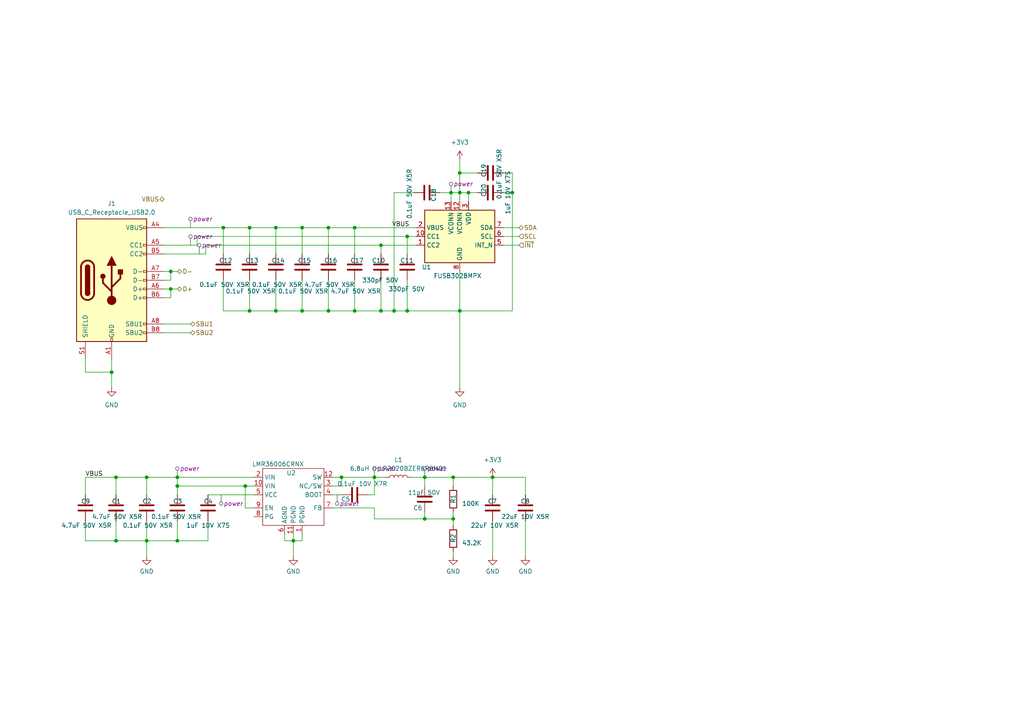
<source format=kicad_sch>
(kicad_sch (version 20230121) (generator eeschema)
  (paper "A4")
  (lib_symbols
    (symbol "Connector:USB_C_Receptacle_USB2.0" (pin_names (offset 1.016))
      (property "Reference" "J" (at -10.16 19.05 0))
      (property "Value" "USB_C_Receptacle_USB2.0" (at 19.05 19.05 0))
      (symbol "USB_C_Receptacle_USB2.0_0_0"
        (rectangle (start -0.254 -17.78) (end 0.254 -16.764))
        (rectangle (start 10.16 -14.986) (end 9.144 -15.494))
        (rectangle (start 10.16 -12.446) (end 9.144 -12.954))
        (rectangle (start 10.16 -4.826) (end 9.144 -5.334))
        (rectangle (start 10.16 -2.286) (end 9.144 -2.794))
        (rectangle (start 10.16 0.254) (end 9.144 -0.254))
        (rectangle (start 10.16 2.794) (end 9.144 2.286))
        (rectangle (start 10.16 7.874) (end 9.144 7.366))
        (rectangle (start 10.16 10.414) (end 9.144 9.906))
        (rectangle (start 10.16 15.494) (end 9.144 14.986))
      )
      (symbol "USB_C_Receptacle_USB2.0_0_1"
        (rectangle (start -10.16 17.78) (end 10.16 -17.78) (stroke (width 0.254)) (fill (type background)))
        (arc (start -8.89 -3.81) (mid -6.985 -5.7067) (end -5.08 -3.81) (stroke (width 0.508)))
        (arc (start -7.62 -3.81) (mid -6.985 -4.4423) (end -6.35 -3.81) (stroke (width 0.254)))
        (arc (start -7.62 -3.81) (mid -6.985 -4.4423) (end -6.35 -3.81) (stroke (width 0.254)) (fill (type outline)))
        (rectangle (start -7.62 -3.81) (end -6.35 3.81) (stroke (width 0.254)) (fill (type outline)))
        (arc (start -6.35 3.81) (mid -6.985 4.4423) (end -7.62 3.81) (stroke (width 0.254)))
        (arc (start -6.35 3.81) (mid -6.985 4.4423) (end -7.62 3.81) (stroke (width 0.254)) (fill (type outline)))
        (arc (start -5.08 3.81) (mid -6.985 5.7067) (end -8.89 3.81) (stroke (width 0.508)))
        (circle (center -2.54 1.143) (radius 0.635) (stroke (width 0.254)) (fill (type outline)))
        (circle (center 0 -5.842) (radius 1.27) (fill (type outline)))
        (polyline (pts (xy -8.89 -3.81) (xy -8.89 3.81)) (stroke (width 0.508)))
        (polyline (pts (xy -5.08 3.81) (xy -5.08 -3.81)) (stroke (width 0.508)))
        (polyline (pts (xy 0 -5.842) (xy 0 4.318)) (stroke (width 0.508)))
        (polyline (pts (xy 0 -3.302) (xy -2.54 -0.762) (xy -2.54 0.508)) (stroke (width 0.508)))
        (polyline (pts (xy 0 -2.032) (xy 2.54 0.508) (xy 2.54 1.778)) (stroke (width 0.508)))
        (polyline (pts (xy -1.27 4.318) (xy 0 6.858) (xy 1.27 4.318) (xy -1.27 4.318)) (stroke (width 0.254)) (fill (type outline)))
        (rectangle (start 1.905 1.778) (end 3.175 3.048) (stroke (width 0.254)) (fill (type outline)))
      )
      (symbol "USB_C_Receptacle_USB2.0_1_1"
        (pin passive line (at 0 -22.86 90) (length 5.08) (name "GND") (number "A1"))
        (pin passive line (at 0 -22.86 90) (length 5.08) hide (name "GND") (number "A12"))
        (pin passive line (at 15.24 15.24 180) (length 5.08) (name "VBUS") (number "A4"))
        (pin bidirectional line (at 15.24 10.16 180) (length 5.08) (name "CC1") (number "A5"))
        (pin bidirectional line (at 15.24 -2.54 180) (length 5.08) (name "D+") (number "A6"))
        (pin bidirectional line (at 15.24 2.54 180) (length 5.08) (name "D-") (number "A7"))
        (pin bidirectional line (at 15.24 -12.7 180) (length 5.08) (name "SBU1") (number "A8"))
        (pin passive line (at 15.24 15.24 180) (length 5.08) hide (name "VBUS") (number "A9"))
        (pin passive line (at 0 -22.86 90) (length 5.08) hide (name "GND") (number "B1"))
        (pin passive line (at 0 -22.86 90) (length 5.08) hide (name "GND") (number "B12"))
        (pin passive line (at 15.24 15.24 180) (length 5.08) hide (name "VBUS") (number "B4"))
        (pin bidirectional line (at 15.24 7.62 180) (length 5.08) (name "CC2") (number "B5"))
        (pin bidirectional line (at 15.24 -5.08 180) (length 5.08) (name "D+") (number "B6"))
        (pin bidirectional line (at 15.24 0 180) (length 5.08) (name "D-") (number "B7"))
        (pin bidirectional line (at 15.24 -15.24 180) (length 5.08) (name "SBU2") (number "B8"))
        (pin passive line (at 15.24 15.24 180) (length 5.08) hide (name "VBUS") (number "B9"))
        (pin passive line (at -7.62 -22.86 90) (length 5.08) (name "SHIELD") (number "S1"))
      )
    )
    (symbol "Device:C" (pin_numbers hide) (pin_names (offset 0.254))
      (property "Reference" "C" (at 0.635 2.54 0))
      (property "Value" "C" (at 0.635 -2.54 0))
      (symbol "C_0_1"
        (polyline (pts (xy -2.032 -0.762) (xy 2.032 -0.762)) (stroke (width 0.508)))
        (polyline (pts (xy -2.032 0.762) (xy 2.032 0.762)) (stroke (width 0.508)))
      )
      (symbol "C_1_1"
        (pin passive line (at 0 3.81 270) (length 2.794) (name "~") (number "1"))
        (pin passive line (at 0 -3.81 90) (length 2.794) (name "~") (number "2"))
      )
    )
    (symbol "Device:L" (pin_numbers hide) (pin_names (offset 1.016) hide)
      (property "Reference" "L" (at -1.27 0 90))
      (property "Value" "L" (at 1.905 0 90))
      (symbol "L_0_1"
        (arc (start 0 -2.54) (mid 0.6323 -1.905) (end 0 -1.27))
        (arc (start 0 -1.27) (mid 0.6323 -0.635) (end 0 0))
        (arc (start 0 0) (mid 0.6323 0.635) (end 0 1.27))
        (arc (start 0 1.27) (mid 0.6323 1.905) (end 0 2.54))
      )
      (symbol "L_1_1"
        (pin passive line (at 0 3.81 270) (length 1.27) (name "1") (number "1"))
        (pin passive line (at 0 -3.81 90) (length 1.27) (name "2") (number "2"))
      )
    )
    (symbol "Device:R" (pin_numbers hide) (pin_names (offset 0))
      (property "Reference" "R" (at 2.032 0 90))
      (property "Value" "R" (at 0 0 90))
      (symbol "R_0_1"
        (rectangle (start -1.016 -2.54) (end 1.016 2.54) (stroke (width 0.254)))
      )
      (symbol "R_1_1"
        (pin passive line (at 0 3.81 270) (length 1.27) (name "~") (number "1"))
        (pin passive line (at 0 -3.81 90) (length 1.27) (name "~") (number "2"))
      )
    )
    (symbol "Interface_USB:FUSB302BMPX"
      (property "Reference" "U" (at -10.16 8.89 0))
      (property "Value" "FUSB302BMPX" (at 3.81 8.89 0))
      (symbol "FUSB302BMPX_0_1"
        (rectangle (start -10.16 7.62) (end 10.16 -7.62) (stroke (width 0.254)) (fill (type background)))
      )
      (symbol "FUSB302BMPX_1_1"
        (pin bidirectional line (at 12.7 -2.54 180) (length 2.54) (name "CC2") (number "1"))
        (pin bidirectional line (at 12.7 0 180) (length 2.54) (name "CC1") (number "10"))
        (pin bidirectional line (at 12.7 0 180) (length 2.54) hide (name "CC1") (number "11"))
        (pin power_in line (at 0 10.16 270) (length 2.54) (name "VCONN") (number "12"))
        (pin power_in line (at 2.54 10.16 270) (length 2.54) (name "VCONN") (number "13"))
        (pin bidirectional line (at 12.7 -2.54 180) (length 2.54) hide (name "CC2") (number "14"))
        (pin passive line (at 0 -10.16 90) (length 2.54) hide (name "GND") (number "15"))
        (pin input line (at 12.7 2.54 180) (length 2.54) (name "VBUS") (number "2"))
        (pin power_in line (at -2.54 10.16 270) (length 2.54) (name "VDD") (number "3"))
        (pin passive line (at -2.54 10.16 270) (length 2.54) hide (name "VDD") (number "4"))
        (pin open_collector line (at -12.7 -2.54 0) (length 2.54) (name "INT_N") (number "5"))
        (pin input line (at -12.7 0 0) (length 2.54) (name "SCL") (number "6"))
        (pin bidirectional line (at -12.7 2.54 0) (length 2.54) (name "SDA") (number "7"))
        (pin power_in line (at 0 -10.16 90) (length 2.54) (name "GND") (number "8"))
        (pin passive line (at 0 -10.16 90) (length 2.54) hide (name "GND") (number "9"))
      )
    )
    (symbol "power:+3V3" (power) (pin_names (offset 0))
      (property "Value" "+3V3" (at 0 3.556 0))
      (symbol "+3V3_0_1"
        (polyline (pts (xy -0.762 1.27) (xy 0 2.54)))
        (polyline (pts (xy 0 0) (xy 0 2.54)))
        (polyline (pts (xy 0 2.54) (xy 0.762 1.27)))
      )
      (symbol "+3V3_1_1"
        (pin power_in line (at 0 0 90) (length 0) hide (name "+3V3") (number "1"))
      )
    )
    (symbol "power:GND" (power) (pin_names (offset 0))
      (property "Value" "GND" (at 0 -3.81 0))
      (symbol "GND_0_1"
        (polyline (pts (xy 0 0) (xy 0 -1.27) (xy 1.27 -1.27) (xy 0 -2.54) (xy -1.27 -1.27) (xy 0 -1.27)))
      )
      (symbol "GND_1_1"
        (pin power_in line (at 0 0 270) (length 0) hide (name "GND") (number "1"))
      )
    )
    (symbol "usb-c:LMR36006"
      (property "Reference" "U" (at 0 0 0))
      (symbol "LMR36006_0_1"
        (rectangle (start -8.89 7.62) (end 8.89 -8.89))
      )
      (symbol "LMR36006_1_1"
        (pin power_in line (at 2.54 -11.43 90) (length 2.54) (name "PGND") (number "1"))
        (pin power_in line (at -11.43 2.54 0) (length 2.54) (name "VIN") (number "10"))
        (pin power_in line (at 0 -11.43 90) (length 2.54) (name "PGND") (number "11"))
        (pin output line (at 11.43 5.08 180) (length 2.54) (name "SW") (number "12"))
        (pin power_in line (at -11.43 5.08 0) (length 2.54) (name "VIN") (number "2"))
        (pin unspecified line (at 11.43 2.54 180) (length 2.54) (name "NC/SW") (number "3"))
        (pin passive line (at 11.43 0 180) (length 2.54) (name "BOOT") (number "4"))
        (pin output line (at -11.43 0 0) (length 2.54) (name "VCC") (number "5"))
        (pin power_in line (at -2.54 -11.43 90) (length 2.54) (name "AGND") (number "6"))
        (pin input line (at 11.43 -3.81 180) (length 2.54) (name "FB") (number "7"))
        (pin open_collector line (at -11.43 -6.35 0) (length 2.54) (name "PG") (number "8"))
        (pin input line (at -11.43 -3.81 0) (length 2.54) (name "EN") (number "9"))
      )
    )
  )
  (junction (at 142.875 138.43))
  (junction (at 87.63 66.04))
  (junction (at 85.09 156.845))
  (junction (at 51.435 140.97))
  (junction (at 131.445 150.495))
  (junction (at 42.545 156.845))
  (junction (at 102.87 90.17))
  (junction (at 131.445 138.43))
  (junction (at 87.63 90.17))
  (junction (at 49.53 83.82))
  (junction (at 72.39 66.04))
  (junction (at 102.87 66.04))
  (junction (at 114.3 90.17))
  (junction (at 51.435 138.43))
  (junction (at 42.545 138.43))
  (junction (at 110.49 90.17))
  (junction (at 118.11 68.58))
  (junction (at 80.01 90.17))
  (junction (at 118.11 90.17))
  (junction (at 123.19 150.495))
  (junction (at 135.89 55.88))
  (junction (at 72.39 90.17))
  (junction (at 51.435 156.845))
  (junction (at 148.59 55.88))
  (junction (at 33.655 156.845))
  (junction (at 133.35 90.17))
  (junction (at 71.12 140.97))
  (junction (at 108.585 138.43))
  (junction (at 49.53 78.74))
  (junction (at 95.25 66.04))
  (junction (at 33.655 138.43))
  (junction (at 64.77 66.04))
  (junction (at 80.01 66.04))
  (junction (at 99.06 138.43))
  (junction (at 133.35 50.165))
  (junction (at 133.35 55.88))
  (junction (at 32.385 107.95))
  (junction (at 110.49 71.12))
  (junction (at 95.25 90.17))
  (junction (at 130.81 55.88))
  (junction (at 123.19 138.43))
  (wire (pts (xy 133.35 46.355) (xy 133.35 50.165)))
  (wire (pts (xy 102.87 66.04) (xy 120.65 66.04)))
  (wire (pts (xy 42.545 138.43) (xy 33.655 138.43)))
  (wire (pts (xy 87.63 90.17) (xy 95.25 90.17)))
  (wire (pts (xy 47.625 78.74) (xy 49.53 78.74)))
  (wire (pts (xy 82.55 156.845) (xy 85.09 156.845)))
  (wire (pts (xy 64.77 90.17) (xy 72.39 90.17)))
  (wire (pts (xy 59.69 73.66) (xy 59.69 71.12)))
  (wire (pts (xy 148.59 90.17) (xy 133.35 90.17)))
  (wire (pts (xy 51.435 140.97) (xy 71.12 140.97)))
  (wire (pts (xy 106.68 143.51) (xy 108.585 143.51)))
  (wire (pts (xy 57.15 68.58) (xy 118.11 68.58)))
  (wire (pts (xy 42.545 138.43) (xy 42.545 143.51)))
  (wire (pts (xy 130.81 55.88) (xy 133.35 55.88)))
  (wire (pts (xy 49.53 83.82) (xy 49.53 86.36)))
  (wire (pts (xy 146.05 71.12) (xy 150.495 71.12)))
  (wire (pts (xy 42.545 156.845) (xy 42.545 161.29)))
  (wire (pts (xy 80.01 90.17) (xy 87.63 90.17)))
  (wire (pts (xy 102.87 90.17) (xy 110.49 90.17)))
  (wire (pts (xy 99.06 140.97) (xy 96.52 140.97)))
  (wire (pts (xy 95.25 66.04) (xy 95.25 73.66)))
  (wire (pts (xy 85.09 156.845) (xy 85.09 161.29)))
  (wire (pts (xy 96.52 143.51) (xy 99.06 143.51)))
  (wire (pts (xy 133.35 90.17) (xy 133.35 112.395)))
  (wire (pts (xy 24.765 151.13) (xy 24.765 156.845)))
  (wire (pts (xy 118.11 90.17) (xy 133.35 90.17)))
  (wire (pts (xy 60.325 156.845) (xy 51.435 156.845)))
  (wire (pts (xy 51.435 156.845) (xy 42.545 156.845)))
  (wire (pts (xy 47.625 71.12) (xy 57.15 71.12)))
  (wire (pts (xy 130.81 58.42) (xy 130.81 55.88)))
  (wire (pts (xy 114.3 90.17) (xy 118.11 90.17)))
  (wire (pts (xy 131.445 148.59) (xy 131.445 150.495)))
  (wire (pts (xy 142.875 151.13) (xy 142.875 161.29)))
  (wire (pts (xy 60.325 151.13) (xy 60.325 156.845)))
  (wire (pts (xy 51.435 140.97) (xy 51.435 143.51)))
  (wire (pts (xy 80.01 66.04) (xy 87.63 66.04)))
  (wire (pts (xy 33.655 138.43) (xy 33.655 143.51)))
  (wire (pts (xy 133.35 50.165) (xy 138.43 50.165)))
  (wire (pts (xy 72.39 81.28) (xy 72.39 90.17)))
  (wire (pts (xy 47.625 73.66) (xy 59.69 73.66)))
  (wire (pts (xy 127.635 55.88) (xy 130.81 55.88)))
  (wire (pts (xy 87.63 66.04) (xy 87.63 73.66)))
  (wire (pts (xy 82.55 154.94) (xy 82.55 156.845)))
  (wire (pts (xy 123.19 138.43) (xy 131.445 138.43)))
  (wire (pts (xy 72.39 90.17) (xy 80.01 90.17)))
  (wire (pts (xy 80.01 66.04) (xy 80.01 73.66)))
  (wire (pts (xy 102.87 81.28) (xy 102.87 90.17)))
  (wire (pts (xy 110.49 71.12) (xy 120.65 71.12)))
  (wire (pts (xy 118.11 81.28) (xy 118.11 90.17)))
  (wire (pts (xy 142.875 143.51) (xy 142.875 138.43)))
  (wire (pts (xy 51.435 151.13) (xy 51.435 156.845)))
  (wire (pts (xy 110.49 81.28) (xy 110.49 90.17)))
  (wire (pts (xy 95.25 81.28) (xy 95.25 90.17)))
  (wire (pts (xy 123.19 150.495) (xy 131.445 150.495)))
  (wire (pts (xy 99.06 138.43) (xy 108.585 138.43)))
  (wire (pts (xy 64.77 81.28) (xy 64.77 90.17)))
  (wire (pts (xy 24.765 107.95) (xy 32.385 107.95)))
  (wire (pts (xy 95.25 66.04) (xy 102.87 66.04)))
  (wire (pts (xy 64.77 66.04) (xy 64.77 73.66)))
  (wire (pts (xy 135.89 55.88) (xy 135.89 58.42)))
  (wire (pts (xy 108.585 138.43) (xy 108.585 143.51)))
  (wire (pts (xy 71.12 147.32) (xy 71.12 140.97)))
  (wire (pts (xy 42.545 151.13) (xy 42.545 156.845)))
  (wire (pts (xy 57.15 71.12) (xy 57.15 68.58)))
  (wire (pts (xy 87.63 66.04) (xy 95.25 66.04)))
  (wire (pts (xy 152.4 143.51) (xy 152.4 138.43)))
  (wire (pts (xy 47.625 96.52) (xy 55.245 96.52)))
  (wire (pts (xy 60.325 143.51) (xy 73.66 143.51)))
  (wire (pts (xy 110.49 90.17) (xy 114.3 90.17)))
  (wire (pts (xy 33.655 151.13) (xy 33.655 156.845)))
  (wire (pts (xy 80.01 81.28) (xy 80.01 90.17)))
  (wire (pts (xy 72.39 66.04) (xy 80.01 66.04)))
  (wire (pts (xy 49.53 81.28) (xy 47.625 81.28)))
  (wire (pts (xy 32.385 107.95) (xy 32.385 112.395)))
  (wire (pts (xy 108.585 147.32) (xy 108.585 150.495)))
  (wire (pts (xy 133.35 50.165) (xy 133.35 55.88)))
  (wire (pts (xy 51.435 138.43) (xy 51.435 140.97)))
  (wire (pts (xy 49.53 78.74) (xy 49.53 81.28)))
  (wire (pts (xy 152.4 151.13) (xy 152.4 161.29)))
  (wire (pts (xy 123.19 138.43) (xy 119.38 138.43)))
  (wire (pts (xy 33.655 156.845) (xy 42.545 156.845)))
  (wire (pts (xy 102.87 66.04) (xy 102.87 73.66)))
  (wire (pts (xy 133.35 55.88) (xy 133.35 58.42)))
  (wire (pts (xy 146.05 50.165) (xy 148.59 50.165)))
  (wire (pts (xy 146.05 55.88) (xy 148.59 55.88)))
  (wire (pts (xy 131.445 140.97) (xy 131.445 138.43)))
  (wire (pts (xy 114.3 55.88) (xy 114.3 90.17)))
  (wire (pts (xy 96.52 147.32) (xy 108.585 147.32)))
  (wire (pts (xy 146.05 66.04) (xy 150.495 66.04)))
  (wire (pts (xy 135.89 55.88) (xy 138.43 55.88)))
  (wire (pts (xy 99.06 138.43) (xy 99.06 140.97)))
  (wire (pts (xy 123.19 148.59) (xy 123.19 150.495)))
  (wire (pts (xy 148.59 55.88) (xy 148.59 90.17)))
  (wire (pts (xy 64.77 66.04) (xy 72.39 66.04)))
  (wire (pts (xy 47.625 93.98) (xy 55.245 93.98)))
  (wire (pts (xy 146.05 68.58) (xy 150.495 68.58)))
  (wire (pts (xy 87.63 156.845) (xy 85.09 156.845)))
  (wire (pts (xy 131.445 160.02) (xy 131.445 161.29)))
  (wire (pts (xy 87.63 154.94) (xy 87.63 156.845)))
  (wire (pts (xy 131.445 150.495) (xy 131.445 152.4)))
  (wire (pts (xy 51.435 138.43) (xy 42.545 138.43)))
  (wire (pts (xy 108.585 138.43) (xy 111.76 138.43)))
  (wire (pts (xy 59.69 71.12) (xy 110.49 71.12)))
  (wire (pts (xy 47.625 66.04) (xy 64.77 66.04)))
  (wire (pts (xy 133.35 55.88) (xy 135.89 55.88)))
  (wire (pts (xy 24.765 156.845) (xy 33.655 156.845)))
  (wire (pts (xy 85.09 154.94) (xy 85.09 156.845)))
  (wire (pts (xy 96.52 138.43) (xy 99.06 138.43)))
  (wire (pts (xy 73.66 147.32) (xy 71.12 147.32)))
  (wire (pts (xy 110.49 71.12) (xy 110.49 73.66)))
  (wire (pts (xy 47.625 83.82) (xy 49.53 83.82)))
  (wire (pts (xy 73.66 138.43) (xy 51.435 138.43)))
  (wire (pts (xy 49.53 78.74) (xy 51.435 78.74)))
  (wire (pts (xy 24.765 104.14) (xy 24.765 107.95)))
  (wire (pts (xy 32.385 104.14) (xy 32.385 107.95)))
  (wire (pts (xy 24.765 143.51) (xy 24.765 138.43)))
  (wire (pts (xy 133.35 78.74) (xy 133.35 90.17)))
  (wire (pts (xy 142.875 138.43) (xy 131.445 138.43)))
  (wire (pts (xy 123.19 140.97) (xy 123.19 138.43)))
  (wire (pts (xy 118.11 68.58) (xy 118.11 73.66)))
  (wire (pts (xy 87.63 81.28) (xy 87.63 90.17)))
  (wire (pts (xy 71.12 140.97) (xy 73.66 140.97)))
  (wire (pts (xy 118.11 68.58) (xy 120.65 68.58)))
  (wire (pts (xy 152.4 138.43) (xy 142.875 138.43)))
  (wire (pts (xy 49.53 83.82) (xy 51.435 83.82)))
  (wire (pts (xy 24.765 138.43) (xy 33.655 138.43)))
  (wire (pts (xy 120.015 55.88) (xy 114.3 55.88)))
  (wire (pts (xy 47.625 86.36) (xy 49.53 86.36)))
  (wire (pts (xy 95.25 90.17) (xy 102.87 90.17)))
  (wire (pts (xy 108.585 150.495) (xy 123.19 150.495)))
  (wire (pts (xy 72.39 66.04) (xy 72.39 73.66)))
  (wire (pts (xy 148.59 50.165) (xy 148.59 55.88)))
  (label "VBUS" (at 113.665 66.04 0))
  (label "VBUS" (at 24.765 138.43 0))
  (hierarchical_label "D-" (shape bidirectional) (at 51.435 78.74 0))
  (hierarchical_label "SCL" (shape input) (at 150.495 68.58 0))
  (hierarchical_label "D+" (shape bidirectional) (at 51.435 83.82 0))
  (hierarchical_label "SBU2" (shape bidirectional) (at 55.245 96.52 0))
  (hierarchical_label "~{INT}" (shape input) (at 150.495 71.12 0))
  (hierarchical_label "SDA" (shape bidirectional) (at 150.495 66.04 0))
  (hierarchical_label "SBU1" (shape bidirectional) (at 55.245 93.98 0))
  (hierarchical_label "VBUS" (shape bidirectional) (at 47.625 57.785 180))
  (netclass_flag "" (length 2.54) (shape round) (at 108.585 138.43 0) (property "Netclass" "power" (at 109.2835 135.89 0) (effects (font italic) (justify left))))
  (netclass_flag "" (length 2.54) (shape round) (at 55.245 66.04 0) (property "Netclass" "power" (at 55.9435 63.5 0) (effects (font italic) (justify left))))
  (netclass_flag "" (length 2.54) (shape round) (at 55.245 71.12 0) (property "Netclass" "power" (at 55.9435 68.58 0) (effects (font italic) (justify left))))
  (netclass_flag "" (length 2.54) (shape round) (at 130.81 55.88 0) (property "Netclass" "power" (at 131.5085 53.34 0) (effects (font italic) (justify left))))
  (netclass_flag "" (length 2.54) (shape round) (at 51.435 138.43 0) (property "Netclass" "power" (at 52.1335 135.89 0) (effects (font italic) (justify left))))
  (netclass_flag "" (length 2.54) (shape round) (at 64.135 143.51 180) (property "Netclass" "power" (at 64.8335 146.05 0) (effects (font italic) (justify left))))
  (netclass_flag "" (length 2.54) (shape round) (at 97.79 143.51 180) (property "Netclass" "power" (at 98.4885 146.05 0) (effects (font italic) (justify left))))
  (netclass_flag "" (length 2.54) (shape round) (at 123.19 138.43 0) (property "Netclass" "power" (at 123.8885 135.89 0) (effects (font italic) (justify left))))
  (netclass_flag "" (length 2.54) (shape round) (at 57.785 73.66 0) (property "Netclass" "power" (at 58.4835 71.12 0) (effects (font italic) (justify left))))
  (symbol (lib_id "power:+3V3") (at 142.875 138.43 0) (unit 1)
    (property "Reference" "#PWR08" (effects hide))
    (property "Value" "+3V3" (at 142.875 133.35 0))
  )
  (symbol (lib_id "Device:C") (at 123.19 144.78 180) (unit 1)
    (property "Reference" "C6" (at 122.555 147.32 0) (effects (justify left)))
    (property "Value" "11pF 50V" (at 127.635 142.875 0) (effects (justify left)))
    (property "Footprint" "Capacitor_SMD:C_0402_1005Metric" (effects hide))
  )
  (symbol (lib_id "power:GND") (at 152.4 161.29 0) (unit 1)
    (property "Reference" "#PWR09" (effects hide))
    (property "Value" "GND" (at 152.4 165.735 0))
  )
  (symbol (lib_id "Device:C") (at 24.765 147.32 0) (unit 1)
    (property "Reference" "C9" (at 23.495 145.415 0) (effects (justify left)))
    (property "Value" "4.7uF 50V X5R" (at 17.78 152.4 0) (effects (justify left)))
    (property "Footprint" "Capacitor_SMD:C_0805_2012Metric" (effects hide))
  )
  (symbol (lib_id "Device:C") (at 142.24 55.88 90) (unit 1)
    (property "Reference" "C20" (at 140.335 57.15 0) (effects (justify left)))
    (property "Value" "1uF 10V X7S" (at 147.32 62.23 0) (effects (justify left)))
    (property "Footprint" "Capacitor_SMD:C_0402_1005Metric" (effects hide))
  )
  (symbol (lib_id "Device:C") (at 95.25 77.47 0) (unit 1)
    (property "Reference" "C16" (at 93.98 75.565 0) (effects (justify left)))
    (property "Value" "4.7uF 50V X5R" (at 88.265 82.55 0) (effects (justify left)))
    (property "Footprint" "Capacitor_SMD:C_0805_2012Metric" (effects hide))
  )
  (symbol (lib_id "Device:C") (at 102.87 77.47 0) (unit 1)
    (property "Reference" "C17" (at 101.6 75.565 0) (effects (justify left)))
    (property "Value" "4.7uF 50V X5R" (at 95.885 84.455 0) (effects (justify left)))
    (property "Footprint" "Capacitor_SMD:C_0805_2012Metric" (effects hide))
  )
  (symbol (lib_id "Device:R") (at 131.445 144.78 0) (unit 1)
    (property "Reference" "R1" (at 131.445 146.05 90) (effects (justify left)))
    (property "Value" "100K" (at 133.985 146.05 0) (effects (justify left)))
    (property "Footprint" "Resistor_SMD:R_0402_1005Metric" (effects hide))
  )
  (symbol (lib_id "Device:C") (at 123.825 55.88 270) (unit 1)
    (property "Reference" "C18" (at 125.73 54.61 0) (effects (justify left)))
    (property "Value" "0.1uF 50V X5R" (at 118.745 48.895 0) (effects (justify left)))
    (property "Footprint" "Capacitor_SMD:C_0402_1005Metric" (effects hide))
  )
  (symbol (lib_id "power:GND") (at 142.875 161.29 0) (unit 1)
    (property "Reference" "#PWR07" (effects hide))
    (property "Value" "GND" (at 142.875 165.735 0))
  )
  (symbol (lib_id "Device:C") (at 80.01 77.47 0) (unit 1)
    (property "Reference" "C14" (at 78.74 75.565 0) (effects (justify left)))
    (property "Value" "0.1uF 50V X5R" (at 73.025 82.55 0) (effects (justify left)))
    (property "Footprint" "Capacitor_SMD:C_0402_1005Metric" (effects hide))
  )
  (symbol (lib_id "Device:R") (at 131.445 156.21 0) (unit 1)
    (property "Reference" "R2" (at 131.445 157.48 90) (effects (justify left)))
    (property "Value" "43.2K" (at 133.985 157.48 0) (effects (justify left)))
    (property "Footprint" "Resistor_SMD:R_0402_1005Metric" (effects hide))
  )
  (symbol (lib_id "Device:C") (at 142.875 147.32 180) (unit 1)
    (property "Reference" "C7" (at 144.145 145.415 0) (effects (justify left)))
    (property "Value" "22uF 10V X5R" (at 150.495 152.4 0) (effects (justify left)))
    (property "Footprint" "Capacitor_SMD:C_0805_2012Metric" (effects hide))
  )
  (symbol (lib_id "Interface_USB:FUSB302BMPX") (at 133.35 68.58 0) (mirror y) (unit 1)
    (property "Reference" "U1" (at 125.095 77.47 0) (effects (justify left)))
    (property "Value" "FUSB302BMPX" (at 139.7 80.01 0) (effects (justify left)))
    (property "Footprint" "Package_DFN_QFN:WQFN-14-1EP_2.5x2.5mm_P0.5mm_EP1.45x1.45mm" (effects hide))
    (property "Datasheet" "http://www.onsemi.com/pub/Collateral/FUSB302B-D.PDF" (effects hide))
  )
  (symbol (lib_id "Device:C") (at 64.77 77.47 0) (unit 1)
    (property "Reference" "C12" (at 63.5 75.565 0) (effects (justify left)))
    (property "Value" "0.1uF 50V X5R" (at 57.785 82.55 0) (effects (justify left)))
    (property "Footprint" "Capacitor_SMD:C_0402_1005Metric" (effects hide))
  )
  (symbol (lib_id "Device:C") (at 51.435 147.32 0) (unit 1)
    (property "Reference" "C3" (at 50.165 145.415 0) (effects (justify left)))
    (property "Value" "0.1uF 50V X5R" (at 43.815 149.86 0) (effects (justify left)))
    (property "Footprint" "Capacitor_SMD:C_0402_1005Metric" (effects hide))
  )
  (symbol (lib_id "Device:C") (at 152.4 147.32 180) (unit 1)
    (property "Reference" "C8" (at 153.67 145.415 0) (effects (justify left)))
    (property "Value" "22uF 10V X5R" (at 159.385 149.86 0) (effects (justify left)))
    (property "Footprint" "Capacitor_SMD:C_0805_2012Metric" (effects hide))
  )
  (symbol (lib_id "power:GND") (at 131.445 161.29 0) (unit 1)
    (property "Reference" "#PWR06" (effects hide))
    (property "Value" "GND" (at 131.445 165.735 0))
  )
  (symbol (lib_id "power:GND") (at 133.35 112.395 0) (unit 1)
    (property "Reference" "#PWR03" (effects hide))
    (property "Value" "GND" (at 133.35 117.475 0))
  )
  (symbol (lib_id "Device:C") (at 72.39 77.47 0) (unit 1)
    (property "Reference" "C13" (at 71.12 75.565 0) (effects (justify left)))
    (property "Value" "0.1uF 50V X5R" (at 65.405 84.455 0) (effects (justify left)))
    (property "Footprint" "Capacitor_SMD:C_0402_1005Metric" (effects hide))
  )
  (symbol (lib_id "Device:C") (at 110.49 77.47 180) (unit 1)
    (property "Reference" "C10" (at 111.76 75.565 0) (effects (justify left)))
    (property "Value" "330pF 50V" (at 115.57 81.28 0) (effects (justify left)))
    (property "Footprint" "Capacitor_SMD:C_0402_1005Metric" (effects hide))
  )
  (symbol (lib_id "power:GND") (at 42.545 161.29 0) (unit 1)
    (property "Reference" "#PWR01" (effects hide))
    (property "Value" "GND" (at 42.545 165.735 0))
  )
  (symbol (lib_id "Connector:USB_C_Receptacle_USB2.0") (at 32.385 81.28 0) (unit 1)
    (property "Reference" "J1" (at 32.385 59.055 0))
    (property "Value" "USB_C_Receptacle_USB2.0" (at 32.385 61.595 0))
    (property "Footprint" "Connector_USB:USB_C_Receptacle_GCT_USB4105-xx-A_16P_TopMnt_Horizontal" (effects hide))
    (property "Datasheet" "https://www.usb.org/sites/default/files/documents/usb_type-c.zip" (effects hide))
  )
  (symbol (lib_id "Device:C") (at 142.24 50.165 90) (unit 1)
    (property "Reference" "C19" (at 140.335 51.435 0) (effects (justify left)))
    (property "Value" "0.1uF 50V X5R" (at 144.78 57.785 0) (effects (justify left)))
    (property "Footprint" "Capacitor_SMD:C_0402_1005Metric" (effects hide))
  )
  (symbol (lib_id "power:GND") (at 32.385 112.395 0) (unit 1)
    (property "Reference" "#PWR04" (effects hide))
    (property "Value" "GND" (at 32.385 117.475 0))
  )
  (symbol (lib_id "Device:C") (at 87.63 77.47 0) (unit 1)
    (property "Reference" "C15" (at 86.36 75.565 0) (effects (justify left)))
    (property "Value" "0.1uF 50V X5R" (at 80.645 84.455 0) (effects (justify left)))
    (property "Footprint" "Capacitor_SMD:C_0402_1005Metric" (effects hide))
  )
  (symbol (lib_id "Device:L") (at 115.57 138.43 90) (unit 1)
    (property "Reference" "L1" (at 115.57 133.35 90))
    (property "Value" "6.8uH IHLP2020BZER6R8M01" (at 115.57 135.89 90))
    (property "Footprint" "Inductor_SMD:L_Vishay_IHLP-2020" (effects hide))
    (property "MPN" "74405042100" (effects hide))
  )
  (symbol (lib_id "Device:C") (at 102.87 143.51 90) (unit 1)
    (property "Reference" "C5" (at 101.6 144.78 90) (effects (justify left)))
    (property "Value" "0.1uF 10V X7R" (at 112.395 140.335 90) (effects (justify left)))
    (property "Footprint" "Capacitor_SMD:C_0402_1005Metric" (effects hide))
  )
  (symbol (lib_id "Device:C") (at 42.545 147.32 0) (unit 1)
    (property "Reference" "C2" (at 41.275 145.415 0) (effects (justify left)))
    (property "Value" "0.1uF 50V X5R" (at 35.56 152.4 0) (effects (justify left)))
    (property "Footprint" "Capacitor_SMD:C_0402_1005Metric" (effects hide))
  )
  (symbol (lib_id "Device:C") (at 33.655 147.32 0) (unit 1)
    (property "Reference" "C1" (at 32.385 145.415 0) (effects (justify left)))
    (property "Value" "4.7uF 50V X5R" (at 26.67 149.86 0) (effects (justify left)))
    (property "Footprint" "Capacitor_SMD:C_0805_2012Metric" (effects hide))
  )
  (symbol (lib_id "power:+3V3") (at 133.35 46.355 0) (unit 1)
    (property "Reference" "#PWR05" (effects hide))
    (property "Value" "+3V3" (at 133.35 41.275 0))
  )
  (symbol (lib_id "Device:C") (at 60.325 147.32 0) (unit 1)
    (property "Reference" "C4" (at 59.055 145.415 0) (effects (justify left)))
    (property "Value" "1uF 10V X7S" (at 53.975 152.4 0) (effects (justify left)))
    (property "Footprint" "Capacitor_SMD:C_0402_1005Metric" (effects hide))
  )
  (symbol (lib_id "power:GND") (at 85.09 161.29 0) (unit 1)
    (property "Reference" "#PWR02" (effects hide))
    (property "Value" "GND" (at 85.09 165.735 0))
  )
  (symbol (lib_id "Device:C") (at 118.11 77.47 180) (unit 1)
    (property "Reference" "C11" (at 120.015 75.565 0) (effects (justify left)))
    (property "Value" "330pF 50V" (at 123.19 83.82 0) (effects (justify left)))
    (property "Footprint" "Capacitor_SMD:C_0402_1005Metric" (effects hide))
  )
  (symbol (lib_id "usb-c:LMR36006") (at 85.09 143.51 0) (unit 1)
    (property "Reference" "U2" (at 84.455 137.16 0))
    (property "Value" "LMR36006CRNX" (at 80.645 134.62 0))
    (property "Footprint" "usb-c:TI-RNX0012A-VQFN-HR" (effects hide))
    (property "Datasheet" "http://www.ti.com/product/lmr36006?qgpn=lmr36006" (effects hide))
  )
)
</source>
